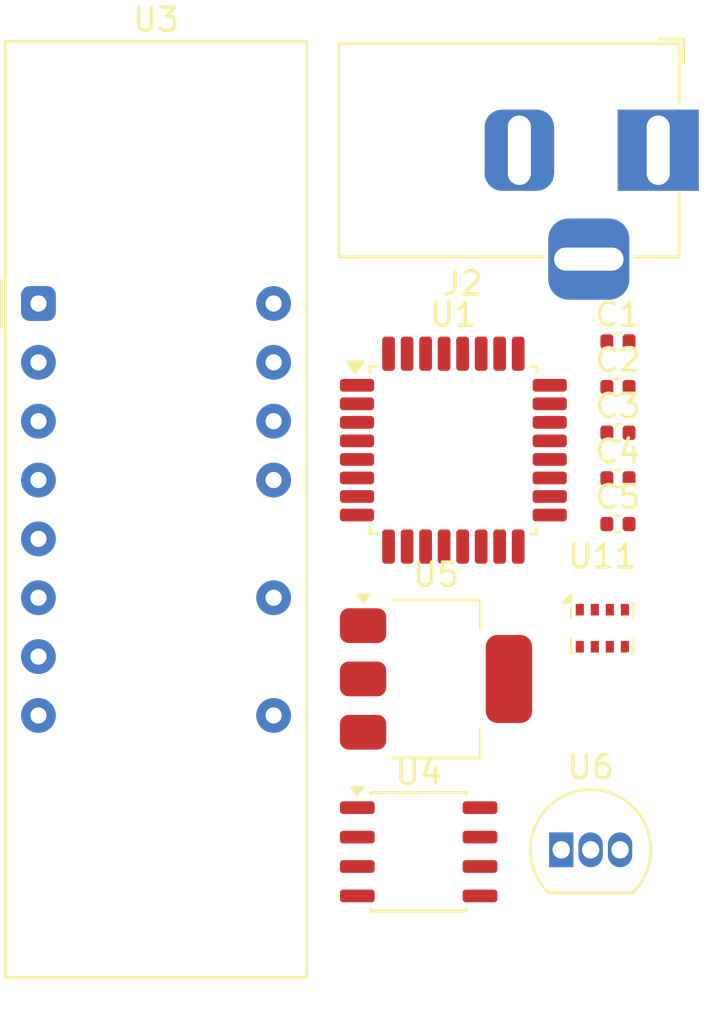
<source format=kicad_pcb>
(kicad_pcb (version 20241229) (generator "pcbnew") (generator_version "9.0")
  (layers (0 "F.Cu" signal) (2 "B.Cu" signal) (13 "F.Paste" user) (15 "B.Paste" user) (5 "F.SilkS" user "F.Silkscreen") (7 "B.SilkS" user "B.Silkscreen") (1 "F.Mask" user) (3 "B.Mask" user) (25 "Edge.Cuts" user))
  (net 0 "")
  (net 1 "+3.3V")
  (net 2 "GND")
  (net 3 "+5V")
  (net 5 "Net-(U1-PB3)")
  (net 6 "Net-(U1-PB1)")
  (net 7 "Net-(U1-PD2)")
  (net 9 "Net-(U1-PD0)")
  (net 11 "Net-(U1-PD4)")
  (net 12 "Net-(U1-PD3)")
  (net 13 "Net-(U1-XTAL1{slash}PB6)")
  (net 14 "Net-(U1-PD5)")
  (net 16 "Net-(U1-PC3)")
  (net 19 "Net-(U1-PC2)")
  (net 20 "Net-(U1-PC0)")
  (net 21 "Net-(U1-PB2)")
  (net 23 "Net-(U1-PB0)")
  (net 25 "Net-(U1-PB4)")
  (net 26 "Net-(U1-PD6)")
  (net 27 "Net-(U1-PD1)")
  (net 29 "Net-(U1-PD7)")
  (net 30 "Net-(U1-PB5)")
  (net 31 "Net-(U1-PC1)")
  (footprint "Capacitor_SMD:C_0402_1005Metric" (layer "F.Cu") (at 159.91 88.97)
    (property "Reference" "C4" (at 0 -1.16 0) (layer "F.SilkS"))
    (property "Value" "100nF")
    (fp_line (start -0.107836 -0.36) (end 0.107836 -0.36) (stroke (width 0.12)) (layer "F.SilkS"))
    (fp_line (start -0.107836 0.36) (end 0.107836 0.36) (stroke (width 0.12)) (layer "F.SilkS"))
    (pad "1" smd roundrect (at -0.48 0) (size 0.56 0.62) (layers "F.Cu" "F.Mask" "F.Paste") (net 1 "+3.3V"))
    (pad "2" smd roundrect (at 0.48 0) (size 0.56 0.62) (layers "F.Cu" "F.Mask" "F.Paste") (net 2 "GND"))
  )
  (footprint "Package_LGA:Bosch_LGA-8_2x2.5mm_P0.65mm_ClockwisePinNumbering" (layer "F.Cu") (at 159.235 95.435)
    (property "Reference" "U11" (at 0 -3.1 0) (layer "F.SilkS"))
    (property "Value" "BMP280")
    (fp_line (start -1.35 -0.46) (end -1.35 -0.9) (stroke (width 0.1)) (layer "F.SilkS"))
    (fp_line (start -1.35 1.1) (end -1.35 0.46) (stroke (width 0.1)) (layer "F.SilkS"))
    (fp_line (start -1.35 1.1) (end -1.2 1.1) (stroke (width 0.1)) (layer "F.SilkS"))
    (fp_line (start 1.075 1.075) (end 1.225 1.075) (stroke (width 0.1)) (layer "F.SilkS"))
    (fp_line (start 1.2 -1.1) (end 1.35 -1.1) (stroke (width 0.1)) (layer "F.SilkS"))
    (fp_line (start 1.35 -0.46) (end 1.35 -1.1) (stroke (width 0.1)) (layer "F.SilkS"))
    (fp_line (start 1.35 1.1) (end 1.35 0.46) (stroke (width 0.1)) (layer "F.SilkS"))
    (fp_poly (pts (xy -1.35 -1.1) (xy -1.71 -1.1) (xy -1.35 -1.46) (xy -1.35 -1.1)) (stroke (width 0.1)) (fill yes) (layer "F.SilkS"))
    (pad "1" smd rect (at -0.975 -0.8 90) (size 0.5 0.35) (layers "F.Cu" "F.Mask" "F.Paste") (net 2 "GND"))
    (pad "2" smd rect (at -0.325 -0.8 90) (size 0.5 0.35) (layers "F.Cu" "F.Mask" "F.Paste") (net 21 "Net-(U1-PB2)"))
    (pad "3" smd rect (at 0.325 -0.8 90) (size 0.5 0.35) (layers "F.Cu" "F.Mask" "F.Paste") (net 25 "Net-(U1-PB4)"))
    (pad "4" smd rect (at 0.975 -0.8 90) (size 0.5 0.35) (layers "F.Cu" "F.Mask" "F.Paste") (net 30 "Net-(U1-PB5)"))
    (pad "5" smd rect (at 0.975 0.8 90) (size 0.5 0.35) (layers "F.Cu" "F.Mask" "F.Paste") (net 5 "Net-(U1-PB3)"))
    (pad "6" smd rect (at 0.325 0.8 90) (size 0.5 0.35) (layers "F.Cu" "F.Mask" "F.Paste"))
    (pad "7" smd rect (at -0.325 0.8 90) (size 0.5 0.35) (layers "F.Cu" "F.Mask" "F.Paste") (net 2 "GND"))
    (pad "8" smd rect (at -0.975 0.8 90) (size 0.5 0.35) (layers "F.Cu" "F.Mask" "F.Paste") (net 1 "+3.3V"))
  )
  (footprint "Package_SO:JEITA_SOIC-8_3.9x4.9mm_P1.27mm" (layer "F.Cu") (at 151.3 105.085)
    (property "Reference" "U4" (at 0 -3.4 0) (layer "F.SilkS"))
    (property "Value" "CH340N")
    (fp_line (start -2.06 -2.56) (end 2.06 -2.56) (stroke (width 0.12)) (layer "F.SilkS"))
    (fp_line (start -2.06 -2.44) (end -2.06 -2.56) (stroke (width 0.12)) (layer "F.SilkS"))
    (fp_line (start -2.06 2.56) (end -2.06 2.44) (stroke (width 0.12)) (layer "F.SilkS"))
    (fp_line (start 2.06 -2.56) (end 2.06 -2.44) (stroke (width 0.12)) (layer "F.SilkS"))
    (fp_line (start 2.06 2.44) (end 2.06 2.56) (stroke (width 0.12)) (layer "F.SilkS"))
    (fp_line (start 2.06 2.56) (end -2.06 2.56) (stroke (width 0.12)) (layer "F.SilkS"))
    (fp_poly (pts (xy -2.66 -2.45) (xy -2.9 -2.78) (xy -2.42 -2.78)) (stroke (width 0.12)) (fill yes) (layer "F.SilkS"))
    (pad "1" smd roundrect (at -2.65 -1.905) (size 1.5 0.55) (layers "F.Cu" "F.Mask" "F.Paste"))
    (pad "2" smd roundrect (at -2.65 -0.635) (size 1.5 0.55) (layers "F.Cu" "F.Mask" "F.Paste"))
    (pad "3" smd roundrect (at -2.65 0.635) (size 1.5 0.55) (layers "F.Cu" "F.Mask" "F.Paste") (net 2 "GND"))
    (pad "4" smd roundrect (at -2.65 1.905) (size 1.5 0.55) (layers "F.Cu" "F.Mask" "F.Paste"))
    (pad "5" smd roundrect (at 2.65 1.905) (size 1.5 0.55) (layers "F.Cu" "F.Mask" "F.Paste") (net 1 "+3.3V"))
    (pad "6" smd roundrect (at 2.65 0.635) (size 1.5 0.55) (layers "F.Cu" "F.Mask" "F.Paste") (net 9 "Net-(U1-PD0)"))
    (pad "7" smd roundrect (at 2.65 -0.635) (size 1.5 0.55) (layers "F.Cu" "F.Mask" "F.Paste") (net 27 "Net-(U1-PD1)"))
    (pad "8" smd roundrect (at 2.65 -1.905) (size 1.5 0.55) (layers "F.Cu" "F.Mask" "F.Paste"))
  )
  (footprint "Connector_BarrelJack:BarrelJack_Horizontal" (layer "F.Cu") (at 161.65 74.805)
    (property "Reference" "J2" (at -8.45 5.75 0) (layer "F.SilkS"))
    (property "Value" "Jack-DC")
    (fp_line (start -13.8 -4.6) (end 0.9 -4.6) (stroke (width 0.12)) (layer "F.SilkS"))
    (fp_line (start -13.8 4.6) (end -13.8 -4.6) (stroke (width 0.12)) (layer "F.SilkS"))
    (fp_line (start -5 4.6) (end -13.8 4.6) (stroke (width 0.12)) (layer "F.SilkS"))
    (fp_line (start 0.05 -4.8) (end 1.1 -4.8) (stroke (width 0.12)) (layer "F.SilkS"))
    (fp_line (start 0.9 -4.6) (end 0.9 -2) (stroke (width 0.12)) (layer "F.SilkS"))
    (fp_line (start 0.9 1.9) (end 0.9 4.6) (stroke (width 0.12)) (layer "F.SilkS"))
    (fp_line (start 0.9 4.6) (end -1 4.6) (stroke (width 0.12)) (layer "F.SilkS"))
    (fp_line (start 1.1 -3.75) (end 1.1 -4.8) (stroke (width 0.12)) (layer "F.SilkS"))
    (pad "1" thru_hole rect (at 0 0) (size 3.5 3.5) (drill oval 1 3) (layers "*.Cu" "*.Mask") (net 3 "+5V"))
    (pad "2" thru_hole roundrect (at -6 0) (size 3 3.5) (drill oval 1 3) (layers "*.Cu" "*.Mask") (net 2 "GND"))
    (pad "3" thru_hole roundrect (at -3 4.7) (size 3.5 3.5) (drill oval 3 1) (layers "*.Cu" "*.Mask"))
  )
  (footprint "Capacitor_SMD:C_0402_1005Metric" (layer "F.Cu") (at 159.91 87)
    (property "Reference" "C3" (at 0 -1.16 0) (layer "F.SilkS"))
    (property "Value" "100nF")
    (fp_line (start -0.107836 -0.36) (end 0.107836 -0.36) (stroke (width 0.12)) (layer "F.SilkS"))
    (fp_line (start -0.107836 0.36) (end 0.107836 0.36) (stroke (width 0.12)) (layer "F.SilkS"))
    (pad "1" smd roundrect (at -0.48 0) (size 0.56 0.62) (layers "F.Cu" "F.Mask" "F.Paste") (net 3 "+5V"))
    (pad "2" smd roundrect (at 0.48 0) (size 0.56 0.62) (layers "F.Cu" "F.Mask" "F.Paste") (net 2 "GND"))
  )
  (footprint "Capacitor_SMD:C_0402_1005Metric" (layer "F.Cu") (at 159.91 85.03)
    (property "Reference" "C2" (at 0 -1.16 0) (layer "F.SilkS"))
    (property "Value" "100nF")
    (fp_line (start -0.107836 -0.36) (end 0.107836 -0.36) (stroke (width 0.12)) (layer "F.SilkS"))
    (fp_line (start -0.107836 0.36) (end 0.107836 0.36) (stroke (width 0.12)) (layer "F.SilkS"))
    (pad "1" smd roundrect (at -0.48 0) (size 0.56 0.62) (layers "F.Cu" "F.Mask" "F.Paste") (net 1 "+3.3V"))
    (pad "2" smd roundrect (at 0.48 0) (size 0.56 0.62) (layers "F.Cu" "F.Mask" "F.Paste") (net 2 "GND"))
  )
  (footprint "Capacitor_SMD:C_0402_1005Metric" (layer "F.Cu") (at 159.91 83.06)
    (property "Reference" "C1" (at 0 -1.16 0) (layer "F.SilkS"))
    (property "Value" "100nF")
    (fp_line (start -0.107836 -0.36) (end 0.107836 -0.36) (stroke (width 0.12)) (layer "F.SilkS"))
    (fp_line (start -0.107836 0.36) (end 0.107836 0.36) (stroke (width 0.12)) (layer "F.SilkS"))
    (pad "1" smd roundrect (at -0.48 0) (size 0.56 0.62) (layers "F.Cu" "F.Mask" "F.Paste") (net 1 "+3.3V"))
    (pad "2" smd roundrect (at 0.48 0) (size 0.56 0.62) (layers "F.Cu" "F.Mask" "F.Paste") (net 2 "GND"))
  )
  (footprint "Capacitor_SMD:C_0402_1005Metric" (layer "F.Cu") (at 159.91 90.94)
    (property "Reference" "C5" (at 0 -1.16 0) (layer "F.SilkS"))
    (property "Value" "100nF")
    (fp_line (start -0.107836 -0.36) (end 0.107836 -0.36) (stroke (width 0.12)) (layer "F.SilkS"))
    (fp_line (start -0.107836 0.36) (end 0.107836 0.36) (stroke (width 0.12)) (layer "F.SilkS"))
    (pad "1" smd roundrect (at -0.48 0) (size 0.56 0.62) (layers "F.Cu" "F.Mask" "F.Paste") (net 1 "+3.3V"))
    (pad "2" smd roundrect (at 0.48 0) (size 0.56 0.62) (layers "F.Cu" "F.Mask" "F.Paste") (net 2 "GND"))
  )
  (footprint "Package_TO_SOT_THT:TO-92_Inline" (layer "F.Cu") (at 157.46 105)
    (property "Reference" "U6" (at 1.27 -3.56 0) (layer "F.SilkS"))
    (property "Value" "DS18B20")
    (fp_line (start -0.53 1.85) (end 3.07 1.85) (stroke (width 0.12)) (layer "F.SilkS"))
    (fp_arc (start -0.568478 1.838478) (mid -1.132087 -0.994977) (end 1.27 -2.6) (stroke (width 0.12)) (layer "F.SilkS"))
    (fp_arc (start 1.27 -2.6) (mid 3.672087 -0.994977) (end 3.108478 1.838478) (stroke (width 0.12)) (layer "F.SilkS"))
    (pad "1" thru_hole rect (at 0 0) (size 1.05 1.5) (drill 0.75) (layers "*.Cu" "*.Mask") (net 2 "GND"))
    (pad "2" thru_hole oval (at 1.27 0) (size 1.05 1.5) (drill 0.75) (layers "*.Cu" "*.Mask") (net 7 "Net-(U1-PD2)"))
    (pad "3" thru_hole oval (at 2.54 0) (size 1.05 1.5) (drill 0.75) (layers "*.Cu" "*.Mask") (net 1 "+3.3V"))
  )
  (footprint "Package_QFP:TQFP-32_7x7mm_P0.8mm" (layer "F.Cu") (at 152.8 87.75)
    (property "Reference" "U1" (at 0 -5.85 0) (layer "F.SilkS"))
    (property "Value" "ATmega328PB-A")
    (fp_line (start -3.61 -3.61) (end -3.335 -3.61) (stroke (width 0.12)) (layer "F.SilkS"))
    (fp_line (start -3.61 -3.335) (end -3.61 -3.61) (stroke (width 0.12)) (layer "F.SilkS"))
    (fp_line (start -3.61 3.61) (end -3.61 3.335) (stroke (width 0.12)) (layer "F.SilkS"))
    (fp_line (start -3.335 3.61) (end -3.61 3.61) (stroke (width 0.12)) (layer "F.SilkS"))
    (fp_line (start 3.335 -3.61) (end 3.61 -3.61) (stroke (width 0.12)) (layer "F.SilkS"))
    (fp_line (start 3.61 -3.61) (end 3.61 -3.335) (stroke (width 0.12)) (layer "F.SilkS"))
    (fp_line (start 3.61 3.335) (end 3.61 3.61) (stroke (width 0.12)) (layer "F.SilkS"))
    (fp_line (start 3.61 3.61) (end 3.335 3.61) (stroke (width 0.12)) (layer "F.SilkS"))
    (fp_poly (pts (xy -4.25 -3.34) (xy -4.59 -3.81) (xy -3.91 -3.81)) (stroke (width 0.12)) (fill yes) (layer "F.SilkS"))
    (pad "1" smd roundrect (at -4.1625 -2.8) (size 1.475 0.55) (layers "F.Cu" "F.Mask" "F.Paste") (net 12 "Net-(U1-PD3)"))
    (pad "2" smd roundrect (at -4.1625 -2) (size 1.475 0.55) (layers "F.Cu" "F.Mask" "F.Paste") (net 11 "Net-(U1-PD4)"))
    (pad "3" smd roundrect (at -4.1625 -1.2) (size 1.475 0.55) (layers "F.Cu" "F.Mask" "F.Paste"))
    (pad "4" smd roundrect (at -4.1625 -0.4) (size 1.475 0.55) (layers "F.Cu" "F.Mask" "F.Paste") (net 1 "+3.3V"))
    (pad "5" smd roundrect (at -4.1625 0.4) (size 1.475 0.55) (layers "F.Cu" "F.Mask" "F.Paste") (net 2 "GND"))
    (pad "6" smd roundrect (at -4.1625 1.2) (size 1.475 0.55) (layers "F.Cu" "F.Mask" "F.Paste"))
    (pad "7" smd roundrect (at -4.1625 2) (size 1.475 0.55) (layers "F.Cu" "F.Mask" "F.Paste") (net 13 "Net-(U1-XTAL1{slash}PB6)"))
    (pad "8" smd roundrect (at -4.1625 2.8) (size 1.475 0.55) (layers "F.Cu" "F.Mask" "F.Paste"))
    (pad "9" smd roundrect (at -2.8 4.1625) (size 0.55 1.475) (layers "F.Cu" "F.Mask" "F.Paste") (net 14 "Net-(U1-PD5)"))
    (pad "10" smd roundrect (at -2 4.1625) (size 0.55 1.475) (layers "F.Cu" "F.Mask" "F.Paste") (net 26 "Net-(U1-PD6)"))
    (pad "11" smd roundrect (at -1.2 4.1625) (size 0.55 1.475) (layers "F.Cu" "F.Mask" "F.Paste") (net 29 "Net-(U1-PD7)"))
    (pad "12" smd roundrect (at -0.4 4.1625) (size 0.55 1.475) (layers "F.Cu" "F.Mask" "F.Paste") (net 23 "Net-(U1-PB0)"))
    (pad "13" smd roundrect (at 0.4 4.1625) (size 0.55 1.475) (layers "F.Cu" "F.Mask" "F.Paste") (net 6 "Net-(U1-PB1)"))
    (pad "14" smd roundrect (at 1.2 4.1625) (size 0.55 1.475) (layers "F.Cu" "F.Mask" "F.Paste") (net 21 "Net-(U1-PB2)"))
    (pad "15" smd roundrect (at 2 4.1625) (size 0.55 1.475) (layers "F.Cu" "F.Mask" "F.Paste") (net 5 "Net-(U1-PB3)"))
    (pad "16" smd roundrect (at 2.8 4.1625) (size 0.55 1.475) (layers "F.Cu" "F.Mask" "F.Paste") (net 25 "Net-(U1-PB4)"))
    (pad "17" smd roundrect (at 4.1625 2.8) (size 1.475 0.55) (layers "F.Cu" "F.Mask" "F.Paste") (net 30 "Net-(U1-PB5)"))
    (pad "18" smd roundrect (at 4.1625 2) (size 1.475 0.55) (layers "F.Cu" "F.Mask" "F.Paste"))
    (pad "19" smd roundrect (at 4.1625 1.2) (size 1.475 0.55) (layers "F.Cu" "F.Mask" "F.Paste"))
    (pad "20" smd roundrect (at 4.1625 0.4) (size 1.475 0.55) (layers "F.Cu" "F.Mask" "F.Paste"))
    (pad "21" smd roundrect (at 4.1625 -0.4) (size 1.475 0.55) (layers "F.Cu" "F.Mask" "F.Paste") (net 2 "GND"))
    (pad "22" smd roundrect (at 4.1625 -1.2) (size 1.475 0.55) (layers "F.Cu" "F.Mask" "F.Paste"))
    (pad "23" smd roundrect (at 4.1625 -2) (size 1.475 0.55) (layers "F.Cu" "F.Mask" "F.Paste") (net 20 "Net-(U1-PC0)"))
    (pad "24" smd roundrect (at 4.1625 -2.8) (size 1.475 0.55) (layers "F.Cu" "F.Mask" "F.Paste") (net 31 "Net-(U1-PC1)"))
    (pad "25" smd roundrect (at 2.8 -4.1625) (size 0.55 1.475) (layers "F.Cu" "F.Mask" "F.Paste") (net 19 "Net-(U1-PC2)"))
    (pad "26" smd roundrect (at 2 -4.1625) (size 0.55 1.475) (layers "F.Cu" "F.Mask" "F.Paste") (net 16 "Net-(U1-PC3)"))
    (pad "27" smd roundrect (at 1.2 -4.1625) (size 0.55 1.475) (layers "F.Cu" "F.Mask" "F.Paste"))
    (pad "28" smd roundrect (at 0.4 -4.1625) (size 0.55 1.475) (layers "F.Cu" "F.Mask" "F.Paste"))
    (pad "29" smd roundrect (at -0.4 -4.1625) (size 0.55 1.475) (layers "F.Cu" "F.Mask" "F.Paste"))
    (pad "30" smd roundrect (at -1.2 -4.1625) (size 0.55 1.475) (layers "F.Cu" "F.Mask" "F.Paste") (net 9 "Net-(U1-PD0)"))
    (pad "31" smd roundrect (at -2 -4.1625) (size 0.55 1.475) (layers "F.Cu" "F.Mask" "F.Paste") (net 27 "Net-(U1-PD1)"))
    (pad "32" smd roundrect (at -2.8 -4.1625) (size 0.55 1.475) (layers "F.Cu" "F.Mask" "F.Paste") (net 7 "Net-(U1-PD2)"))
  )
  (footprint "Package_TO_SOT_SMD:SOT-223-3_TabPin2" (layer "F.Cu") (at 152.05 97.625)
    (property "Reference" "U5" (at 0 -4.5 0) (layer "F.SilkS"))
    (property "Value" "AMS1117-3.3")
    (fp_line (start -1.85 -3.41) (end 1.91 -3.41) (stroke (width 0.12)) (layer "F.SilkS"))
    (fp_line (start -1.85 3.41) (end 1.91 3.41) (stroke (width 0.12)) (layer "F.SilkS"))
    (fp_line (start 1.91 -3.41) (end 1.91 -2.15) (stroke (width 0.12)) (layer "F.SilkS"))
    (fp_line (start 1.91 3.41) (end 1.91 2.15) (stroke (width 0.12)) (layer "F.SilkS"))
    (fp_poly (pts (xy -3.13 -3.31) (xy -3.37 -3.64) (xy -2.89 -3.64) (xy -3.13 -3.31)) (stroke (width 0.12)) (fill yes) (layer "F.SilkS"))
    (pad "1" smd roundrect (at -3.15 -2.3) (size 2 1.5) (layers "F.Cu" "F.Mask" "F.Paste") (net 2 "GND"))
    (pad "2" smd roundrect (at -3.15 0) (size 2 1.5) (layers "F.Cu" "F.Mask" "F.Paste") (net 1 "+3.3V"))
    (pad "2" smd roundrect (at 3.15 0) (size 2 3.8) (layers "F.Cu" "F.Mask" "F.Paste") (net 1 "+3.3V"))
    (pad "3" smd roundrect (at -3.15 2.3) (size 2 1.5) (layers "F.Cu" "F.Mask" "F.Paste") (net 3 "+5V"))
  )
  (footprint "Display_7Segment:LTC-4627Jx" (layer "F.Cu") (at 134.875 81.42)
    (property "Reference" "U3" (at 5.08 -12.25 0) (layer "F.SilkS"))
    (property "Value" "LTC-4627JD")
    (fp_line (start -1.6 -1) (end -1.6 1) (stroke (width 0.12)) (layer "F.SilkS"))
    (fp_line (start -1.43 -11.31) (end -1.43 29.09) (stroke (width 0.12)) (layer "F.SilkS"))
    (fp_line (start -1.43 -11.31) (end 11.59 -11.31) (stroke (width 0.12)) (layer "F.SilkS"))
    (fp_line (start -1.43 29.09) (end 11.59 29.09) (stroke (width 0.12)) (layer "F.SilkS"))
    (fp_line (start 11.59 -11.31) (end 11.59 29.09) (stroke (width 0.12)) (layer "F.SilkS"))
    (pad "1" thru_hole roundrect (at 0 0) (size 1.5 1.5) (drill 0.7) (layers "*.Cu" "*.Mask") (net 1 "+3.3V"))
    (pad "2" thru_hole circle (at 0 2.54) (size 1.5 1.5) (drill 0.7) (layers "*.Cu" "*.Mask") (net 20 "Net-(U1-PC0)"))
    (pad "3" thru_hole circle (at 0 5.08) (size 1.5 1.5) (drill 0.7) (layers "*.Cu" "*.Mask") (net 14 "Net-(U1-PD5)"))
    (pad "4" thru_hole circle (at 0 7.62) (size 1.5 1.5) (drill 0.7) (layers "*.Cu" "*.Mask") (net 16 "Net-(U1-PC3)"))
    (pad "5" thru_hole circle (at 0 10.16) (size 1.5 1.5) (drill 0.7) (layers "*.Cu" "*.Mask") (net 26 "Net-(U1-PD6)"))
    (pad "6" thru_hole circle (at 0 12.7) (size 1.5 1.5) (drill 0.7) (layers "*.Cu" "*.Mask") (net 31 "Net-(U1-PC1)"))
    (pad "7" thru_hole circle (at 0 15.24) (size 1.5 1.5) (drill 0.7) (layers "*.Cu" "*.Mask") (net 6 "Net-(U1-PB1)"))
    (pad "8" thru_hole circle (at 0 17.78) (size 1.5 1.5) (drill 0.7) (layers "*.Cu" "*.Mask") (net 19 "Net-(U1-PC2)"))
    (pad "9" thru_hole circle (at 10.16 17.78) (size 1.5 1.5) (drill 0.7) (layers "*.Cu" "*.Mask"))
    (pad "11" thru_hole circle (at 10.16 12.7) (size 1.5 1.5) (drill 0.7) (layers "*.Cu" "*.Mask") (net 29 "Net-(U1-PD7)"))
    (pad "13" thru_hole circle (at 10.16 7.62) (size 1.5 1.5) (drill 0.7) (layers "*.Cu" "*.Mask") (net 11 "Net-(U1-PD4)"))
    (pad "14" thru_hole circle (at 10.16 5.08) (size 1.5 1.5) (drill 0.7) (layers "*.Cu" "*.Mask") (net 13 "Net-(U1-XTAL1{slash}PB6)"))
    (pad "15" thru_hole circle (at 10.16 2.54) (size 1.5 1.5) (drill 0.7) (layers "*.Cu" "*.Mask") (net 23 "Net-(U1-PB0)"))
    (pad "16" thru_hole circle (at 10.16 0) (size 1.5 1.5) (drill 0.7) (layers "*.Cu" "*.Mask") (net 12 "Net-(U1-PD3)"))
  )
)
</source>
